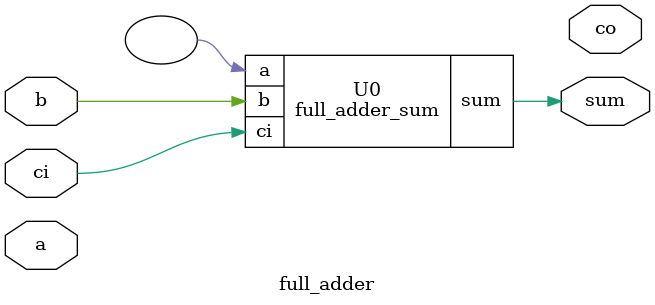
<source format=v>
/*
 * Created by 
   ../bin/Linux-x86_64-O/oasysGui 21.1-p005 on Sun Dec  5 15:24:30 2021
 * (C) Mentor Graphics Corporation
 */
/* CheckSum: 3136148508 */

module full_adder_co(co, a, b, ci);
   output co;
   input a;
   input b;
   input ci;

   wire n_0_0;
   wire n_0_1;
   wire n_0_2;

   INV_X1_LVT i_0_0 (.A(a), .ZN(n_0_0));
   INV_X1_LVT i_0_1 (.A(b), .ZN(n_0_1));
   INV_X1_LVT i_0_2 (.A(ci), .ZN(n_0_2));
   OAI222_X1_LVT i_0_3 (.A1(n_0_0), .A2(n_0_1), .B1(n_0_1), .B2(n_0_2), .C1(
      n_0_0), .C2(n_0_2), .ZN(co));
endmodule

module full_adder_sum(sum, a, b, ci);
   output sum;
   input a;
   input b;
   input ci;

   wire n_0_0;

   XNOR2_X1_LVT i_0_0 (.A(a), .B(ci), .ZN(n_0_0));
   XNOR2_X1_LVT i_0_1 (.A(n_0_0), .B(b), .ZN(sum));
endmodule

module full_adder(co, sum, a, b, ci);
   output co;
   output sum;
   input a;
   input b;
   input ci;

   full_adder_co U1 (.co(), .a(a), .b(), .ci(ci));
   full_adder_sum U0 (.sum(sum), .a(), .b(b), .ci(ci));
endmodule

</source>
